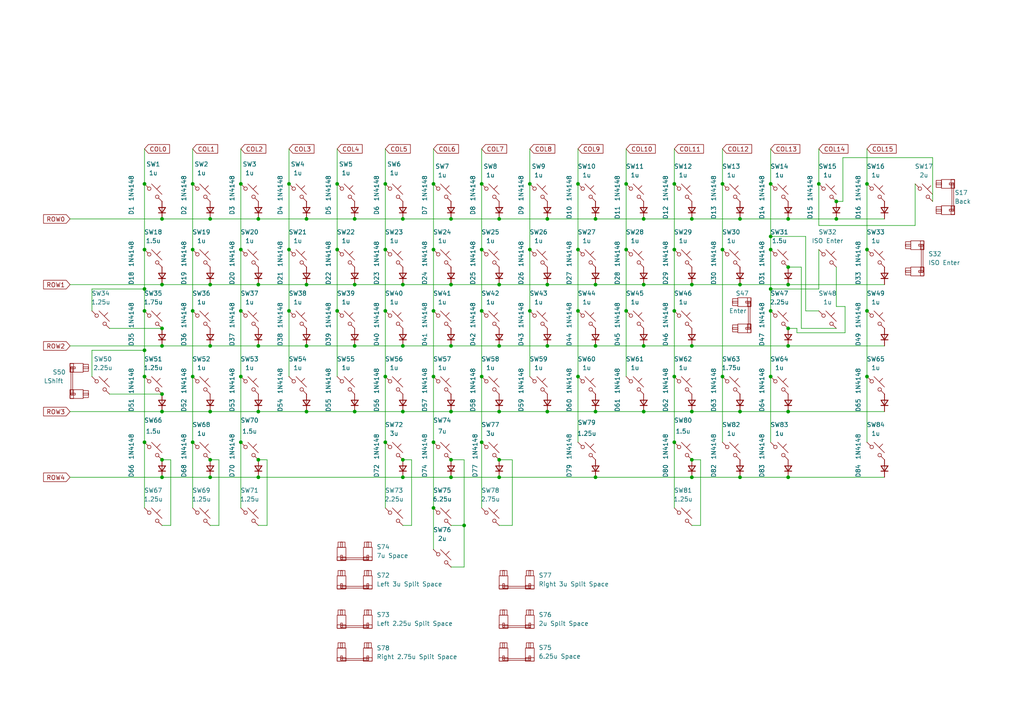
<source format=kicad_sch>
(kicad_sch (version 20230121) (generator eeschema)
  (paper "A4")
  (junction (at 55.88 128.27))
  (junction (at 153.67 53.34))
  (junction (at 69.85 109.22))
  (junction (at 223.52 90.17))
  (junction (at 130.81 133.35))
  (junction (at 144.78 119.38))
  (junction (at 125.73 72.39))
  (junction (at 251.46 109.22))
  (junction (at 139.7 109.22))
  (junction (at 74.93 119.38))
  (junction (at 55.88 53.34))
  (junction (at 209.55 53.34))
  (junction (at 144.78 133.35))
  (junction (at 41.91 53.34))
  (junction (at 195.58 109.22))
  (junction (at 46.99 119.38))
  (junction (at 172.72 82.55))
  (junction (at 200.66 138.43))
  (junction (at 130.81 63.5))
  (junction (at 153.67 90.17))
  (junction (at 144.78 100.33))
  (junction (at 41.91 109.22))
  (junction (at 214.63 138.43))
  (junction (at 228.6 119.38))
  (junction (at 200.66 100.33))
  (junction (at 181.61 90.17))
  (junction (at 200.66 63.5))
  (junction (at 195.58 90.17))
  (junction (at 228.6 82.55))
  (junction (at 134.62 152.4))
  (junction (at 46.99 138.43))
  (junction (at 172.72 63.5))
  (junction (at 69.85 72.39))
  (junction (at 60.96 119.38))
  (junction (at 251.46 53.34))
  (junction (at 46.99 133.35))
  (junction (at 111.76 72.39))
  (junction (at 46.99 63.5))
  (junction (at 41.91 90.17))
  (junction (at 144.78 82.55))
  (junction (at 74.93 133.35))
  (junction (at 181.61 53.34))
  (junction (at 195.58 128.27))
  (junction (at 144.78 63.5))
  (junction (at 88.9 100.33))
  (junction (at 139.7 90.17))
  (junction (at 69.85 53.34))
  (junction (at 214.63 82.55))
  (junction (at 46.99 100.33))
  (junction (at 172.72 138.43))
  (junction (at 74.93 138.43))
  (junction (at 111.76 128.27))
  (junction (at 223.52 53.34))
  (junction (at 214.63 63.5))
  (junction (at 55.88 109.22))
  (junction (at 228.6 100.33))
  (junction (at 228.6 63.5))
  (junction (at 195.58 53.34))
  (junction (at 83.82 53.34))
  (junction (at 97.79 53.34))
  (junction (at 116.84 133.35))
  (junction (at 130.81 82.55))
  (junction (at 116.84 119.38))
  (junction (at 223.52 72.39))
  (junction (at 167.64 72.39))
  (junction (at 83.82 90.17))
  (junction (at 251.46 72.39))
  (junction (at 130.81 100.33))
  (junction (at 55.88 72.39))
  (junction (at 46.99 95.25))
  (junction (at 102.87 63.5))
  (junction (at 55.88 90.17))
  (junction (at 195.58 72.39))
  (junction (at 214.63 119.38))
  (junction (at 69.85 90.17))
  (junction (at 74.93 82.55))
  (junction (at 60.96 63.5))
  (junction (at 200.66 82.55))
  (junction (at 88.9 119.38))
  (junction (at 172.72 100.33))
  (junction (at 102.87 100.33))
  (junction (at 223.52 83.82))
  (junction (at 228.6 95.25))
  (junction (at 74.93 100.33))
  (junction (at 130.81 119.38))
  (junction (at 46.99 82.55))
  (junction (at 167.64 53.34))
  (junction (at 223.52 68.58))
  (junction (at 116.84 63.5))
  (junction (at 228.6 77.47))
  (junction (at 130.81 138.43))
  (junction (at 144.78 138.43))
  (junction (at 158.75 119.38))
  (junction (at 186.69 82.55))
  (junction (at 111.76 109.22))
  (junction (at 41.91 72.39))
  (junction (at 116.84 100.33))
  (junction (at 88.9 63.5))
  (junction (at 83.82 72.39))
  (junction (at 209.55 109.22))
  (junction (at 116.84 82.55))
  (junction (at 186.69 63.5))
  (junction (at 223.52 109.22))
  (junction (at 186.69 119.38))
  (junction (at 158.75 63.5))
  (junction (at 242.57 58.42))
  (junction (at 125.73 128.27))
  (junction (at 102.87 119.38))
  (junction (at 125.73 147.32))
  (junction (at 125.73 53.34))
  (junction (at 172.72 119.38))
  (junction (at 181.61 72.39))
  (junction (at 116.84 138.43))
  (junction (at 139.7 72.39))
  (junction (at 60.96 138.43))
  (junction (at 125.73 90.17))
  (junction (at 209.55 72.39))
  (junction (at 41.91 128.27))
  (junction (at 139.7 53.34))
  (junction (at 200.66 133.35))
  (junction (at 125.73 109.22))
  (junction (at 41.91 101.6))
  (junction (at 46.99 114.3))
  (junction (at 111.76 90.17))
  (junction (at 41.91 83.82))
  (junction (at 228.6 138.43))
  (junction (at 242.57 63.5))
  (junction (at 69.85 128.27))
  (junction (at 139.7 128.27))
  (junction (at 200.66 119.38))
  (junction (at 158.75 100.33))
  (junction (at 158.75 82.55))
  (junction (at 186.69 100.33))
  (junction (at 60.96 133.35))
  (junction (at 74.93 63.5))
  (junction (at 251.46 90.17))
  (junction (at 237.49 53.34))
  (junction (at 97.79 90.17))
  (junction (at 153.67 72.39))
  (junction (at 88.9 82.55))
  (junction (at 102.87 82.55))
  (junction (at 60.96 82.55))
  (junction (at 111.76 53.34))
  (junction (at 97.79 72.39))
  (junction (at 167.64 90.17))
  (junction (at 60.96 100.33))
  (junction (at 167.64 109.22))
  (wire (pts (xy 60.96 138.43) (xy 74.93 138.43)))
  (wire (pts (xy 102.87 82.55) (xy 116.84 82.55)))
  (wire (pts (xy 203.2 152.4) (xy 203.2 133.35)))
  (wire (pts (xy 233.68 68.58) (xy 223.52 68.58)))
  (wire (pts (xy 41.91 101.6) (xy 41.91 109.22)))
  (wire (pts (xy 232.41 77.47) (xy 228.6 77.47)))
  (wire (pts (xy 46.99 138.43) (xy 60.96 138.43)))
  (wire (pts (xy 31.75 95.25) (xy 46.99 95.25)))
  (wire (pts (xy 41.91 90.17) (xy 41.91 101.6)))
  (wire (pts (xy 116.84 138.43) (xy 130.81 138.43)))
  (wire (pts (xy 55.88 53.34) (xy 55.88 72.39)))
  (wire (pts (xy 223.52 68.58) (xy 223.52 72.39)))
  (wire (pts (xy 26.67 109.22) (xy 26.67 101.6)))
  (wire (pts (xy 125.73 53.34) (xy 125.73 72.39)))
  (wire (pts (xy 172.72 100.33) (xy 186.69 100.33)))
  (wire (pts (xy 167.64 90.17) (xy 167.64 109.22)))
  (wire (pts (xy 209.55 43.18) (xy 209.55 53.34)))
  (wire (pts (xy 77.47 152.4) (xy 77.47 133.35)))
  (wire (pts (xy 46.99 82.55) (xy 60.96 82.55)))
  (wire (pts (xy 97.79 53.34) (xy 97.79 72.39)))
  (wire (pts (xy 41.91 43.18) (xy 41.91 53.34)))
  (wire (pts (xy 41.91 53.34) (xy 41.91 72.39)))
  (wire (pts (xy 139.7 43.18) (xy 139.7 53.34)))
  (wire (pts (xy 223.52 43.18) (xy 223.52 53.34)))
  (wire (pts (xy 102.87 119.38) (xy 116.84 119.38)))
  (wire (pts (xy 158.75 100.33) (xy 172.72 100.33)))
  (wire (pts (xy 69.85 72.39) (xy 69.85 90.17)))
  (wire (pts (xy 49.53 133.35) (xy 46.99 133.35)))
  (wire (pts (xy 69.85 53.34) (xy 69.85 72.39)))
  (wire (pts (xy 214.63 63.5) (xy 228.6 63.5)))
  (wire (pts (xy 74.93 100.33) (xy 88.9 100.33)))
  (wire (pts (xy 83.82 53.34) (xy 83.82 72.39)))
  (wire (pts (xy 237.49 53.34) (xy 237.49 65.405)))
  (wire (pts (xy 172.72 138.43) (xy 200.66 138.43)))
  (wire (pts (xy 139.7 109.22) (xy 139.7 128.27)))
  (wire (pts (xy 125.73 128.27) (xy 125.73 147.32)))
  (wire (pts (xy 228.6 138.43) (xy 256.54 138.43)))
  (wire (pts (xy 228.6 82.55) (xy 256.54 82.55)))
  (wire (pts (xy 195.58 72.39) (xy 195.58 90.17)))
  (wire (pts (xy 270.51 45.72) (xy 244.475 45.72)))
  (wire (pts (xy 74.93 119.38) (xy 88.9 119.38)))
  (wire (pts (xy 83.82 43.18) (xy 83.82 53.34)))
  (wire (pts (xy 209.55 109.22) (xy 209.55 128.27)))
  (wire (pts (xy 60.96 152.4) (xy 63.5 152.4)))
  (wire (pts (xy 172.72 82.55) (xy 186.69 82.55)))
  (wire (pts (xy 69.85 128.27) (xy 69.85 147.32)))
  (wire (pts (xy 200.66 100.33) (xy 228.6 100.33)))
  (wire (pts (xy 144.78 119.38) (xy 158.75 119.38)))
  (wire (pts (xy 88.9 63.5) (xy 102.87 63.5)))
  (wire (pts (xy 167.64 109.22) (xy 167.64 128.27)))
  (wire (pts (xy 130.81 164.465) (xy 134.62 164.465)))
  (wire (pts (xy 46.99 152.4) (xy 49.53 152.4)))
  (wire (pts (xy 200.66 82.55) (xy 214.63 82.55)))
  (wire (pts (xy 167.64 72.39) (xy 167.64 90.17)))
  (wire (pts (xy 102.87 100.33) (xy 116.84 100.33)))
  (wire (pts (xy 63.5 152.4) (xy 63.5 133.35)))
  (wire (pts (xy 83.82 90.17) (xy 83.82 109.22)))
  (wire (pts (xy 172.72 119.38) (xy 186.69 119.38)))
  (wire (pts (xy 116.84 63.5) (xy 130.81 63.5)))
  (wire (pts (xy 172.72 63.5) (xy 186.69 63.5)))
  (wire (pts (xy 251.46 43.18) (xy 251.46 53.34)))
  (wire (pts (xy 116.84 152.4) (xy 119.38 152.4)))
  (wire (pts (xy 209.55 53.34) (xy 209.55 72.39)))
  (wire (pts (xy 153.67 43.18) (xy 153.67 53.34)))
  (wire (pts (xy 139.7 53.34) (xy 139.7 72.39)))
  (wire (pts (xy 251.46 53.34) (xy 251.46 72.39)))
  (wire (pts (xy 125.73 43.18) (xy 125.73 53.34)))
  (wire (pts (xy 144.78 138.43) (xy 172.72 138.43)))
  (wire (pts (xy 139.7 90.17) (xy 139.7 109.22)))
  (wire (pts (xy 41.91 72.39) (xy 41.91 83.82)))
  (wire (pts (xy 186.69 82.55) (xy 200.66 82.55)))
  (wire (pts (xy 237.49 90.17) (xy 233.68 90.17)))
  (wire (pts (xy 233.68 68.58) (xy 233.68 90.17)))
  (wire (pts (xy 200.66 119.38) (xy 214.63 119.38)))
  (wire (pts (xy 46.99 100.33) (xy 60.96 100.33)))
  (wire (pts (xy 181.61 90.17) (xy 181.61 109.22)))
  (wire (pts (xy 251.46 72.39) (xy 251.46 90.17)))
  (wire (pts (xy 223.52 90.17) (xy 223.52 109.22)))
  (wire (pts (xy 209.55 72.39) (xy 209.55 109.22)))
  (wire (pts (xy 130.81 119.38) (xy 144.78 119.38)))
  (wire (pts (xy 144.78 82.55) (xy 158.75 82.55)))
  (wire (pts (xy 195.58 128.27) (xy 195.58 147.32)))
  (wire (pts (xy 116.84 119.38) (xy 130.81 119.38)))
  (wire (pts (xy 153.67 72.39) (xy 153.67 90.17)))
  (wire (pts (xy 195.58 53.34) (xy 195.58 72.39)))
  (wire (pts (xy 125.73 90.17) (xy 125.73 109.22)))
  (wire (pts (xy 181.61 72.39) (xy 181.61 90.17)))
  (wire (pts (xy 69.85 109.22) (xy 69.85 128.27)))
  (wire (pts (xy 26.67 101.6) (xy 41.91 101.6)))
  (wire (pts (xy 88.9 100.33) (xy 102.87 100.33)))
  (wire (pts (xy 46.99 119.38) (xy 60.96 119.38)))
  (wire (pts (xy 251.46 109.22) (xy 251.46 128.27)))
  (wire (pts (xy 181.61 43.18) (xy 181.61 53.34)))
  (wire (pts (xy 144.78 63.5) (xy 158.75 63.5)))
  (wire (pts (xy 130.81 63.5) (xy 144.78 63.5)))
  (wire (pts (xy 195.58 43.18) (xy 195.58 53.34)))
  (wire (pts (xy 181.61 53.34) (xy 181.61 72.39)))
  (wire (pts (xy 167.64 53.34) (xy 167.64 72.39)))
  (wire (pts (xy 134.62 133.35) (xy 130.81 133.35)))
  (wire (pts (xy 244.475 58.42) (xy 242.57 58.42)))
  (wire (pts (xy 158.75 82.55) (xy 172.72 82.55)))
  (wire (pts (xy 242.57 77.47) (xy 242.57 88.9)))
  (wire (pts (xy 111.76 72.39) (xy 111.76 90.17)))
  (wire (pts (xy 228.6 63.5) (xy 242.57 63.5)))
  (wire (pts (xy 167.64 43.18) (xy 167.64 53.34)))
  (wire (pts (xy 195.58 109.22) (xy 195.58 128.27)))
  (wire (pts (xy 148.59 152.4) (xy 148.59 133.35)))
  (wire (pts (xy 60.96 100.33) (xy 74.93 100.33)))
  (wire (pts (xy 139.7 128.27) (xy 139.7 147.32)))
  (wire (pts (xy 77.47 133.35) (xy 74.93 133.35)))
  (wire (pts (xy 245.11 96.52) (xy 231.14 96.52)))
  (wire (pts (xy 130.81 152.4) (xy 134.62 152.4)))
  (wire (pts (xy 251.46 90.17) (xy 251.46 109.22)))
  (wire (pts (xy 83.82 72.39) (xy 83.82 90.17)))
  (wire (pts (xy 97.79 43.18) (xy 97.79 53.34)))
  (wire (pts (xy 125.73 72.39) (xy 125.73 90.17)))
  (wire (pts (xy 125.73 147.32) (xy 125.73 159.385)))
  (wire (pts (xy 242.57 63.5) (xy 256.54 63.5)))
  (wire (pts (xy 20.32 82.55) (xy 46.99 82.55)))
  (wire (pts (xy 237.49 43.18) (xy 237.49 53.34)))
  (wire (pts (xy 55.88 72.39) (xy 55.88 90.17)))
  (wire (pts (xy 20.32 138.43) (xy 46.99 138.43)))
  (wire (pts (xy 186.69 63.5) (xy 200.66 63.5)))
  (wire (pts (xy 74.93 152.4) (xy 77.47 152.4)))
  (wire (pts (xy 144.78 100.33) (xy 158.75 100.33)))
  (wire (pts (xy 139.7 72.39) (xy 139.7 90.17)))
  (wire (pts (xy 46.99 63.5) (xy 60.96 63.5)))
  (wire (pts (xy 74.93 63.5) (xy 88.9 63.5)))
  (wire (pts (xy 20.32 100.33) (xy 46.99 100.33)))
  (wire (pts (xy 242.57 88.9) (xy 245.11 88.9)))
  (wire (pts (xy 265.43 65.405) (xy 265.43 53.34)))
  (wire (pts (xy 186.69 100.33) (xy 200.66 100.33)))
  (wire (pts (xy 116.84 100.33) (xy 130.81 100.33)))
  (wire (pts (xy 88.9 119.38) (xy 102.87 119.38)))
  (wire (pts (xy 153.67 90.17) (xy 153.67 109.22)))
  (wire (pts (xy 60.96 119.38) (xy 74.93 119.38)))
  (wire (pts (xy 69.85 43.18) (xy 69.85 53.34)))
  (wire (pts (xy 49.53 152.4) (xy 49.53 133.35)))
  (wire (pts (xy 270.51 45.72) (xy 270.51 58.42)))
  (wire (pts (xy 60.96 133.35) (xy 63.5 133.35)))
  (wire (pts (xy 223.52 109.22) (xy 223.52 128.27)))
  (wire (pts (xy 134.62 152.4) (xy 134.62 164.465)))
  (wire (pts (xy 31.75 114.3) (xy 46.99 114.3)))
  (wire (pts (xy 55.88 128.27) (xy 55.88 147.32)))
  (wire (pts (xy 158.75 63.5) (xy 172.72 63.5)))
  (wire (pts (xy 88.9 82.55) (xy 102.87 82.55)))
  (wire (pts (xy 41.91 109.22) (xy 41.91 128.27)))
  (wire (pts (xy 237.49 72.39) (xy 237.49 83.82)))
  (wire (pts (xy 228.6 100.33) (xy 256.54 100.33)))
  (wire (pts (xy 242.57 95.25) (xy 232.41 95.25)))
  (wire (pts (xy 60.96 63.5) (xy 74.93 63.5)))
  (wire (pts (xy 41.91 83.82) (xy 41.91 90.17)))
  (wire (pts (xy 55.88 43.18) (xy 55.88 53.34)))
  (wire (pts (xy 119.38 152.4) (xy 119.38 133.35)))
  (wire (pts (xy 134.62 152.4) (xy 134.62 133.35)))
  (wire (pts (xy 20.32 63.5) (xy 46.99 63.5)))
  (wire (pts (xy 26.67 90.17) (xy 26.67 83.82)))
  (wire (pts (xy 116.84 82.55) (xy 130.81 82.55)))
  (wire (pts (xy 111.76 109.22) (xy 111.76 128.27)))
  (wire (pts (xy 214.63 119.38) (xy 228.6 119.38)))
  (wire (pts (xy 74.93 82.55) (xy 88.9 82.55)))
  (wire (pts (xy 20.32 119.38) (xy 46.99 119.38)))
  (wire (pts (xy 244.475 45.72) (xy 244.475 58.42)))
  (wire (pts (xy 130.81 138.43) (xy 144.78 138.43)))
  (wire (pts (xy 195.58 90.17) (xy 195.58 109.22)))
  (wire (pts (xy 245.11 88.9) (xy 245.11 96.52)))
  (wire (pts (xy 223.52 83.82) (xy 223.52 90.17)))
  (wire (pts (xy 223.52 72.39) (xy 223.52 83.82)))
  (wire (pts (xy 125.73 109.22) (xy 125.73 128.27)))
  (wire (pts (xy 232.41 77.47) (xy 232.41 95.25)))
  (wire (pts (xy 60.96 82.55) (xy 74.93 82.55)))
  (wire (pts (xy 74.93 138.43) (xy 116.84 138.43)))
  (wire (pts (xy 237.49 83.82) (xy 223.52 83.82)))
  (wire (pts (xy 111.76 43.18) (xy 111.76 53.34)))
  (wire (pts (xy 130.81 82.55) (xy 144.78 82.55)))
  (wire (pts (xy 231.14 95.25) (xy 228.6 95.25)))
  (wire (pts (xy 203.2 133.35) (xy 200.66 133.35)))
  (wire (pts (xy 144.78 152.4) (xy 148.59 152.4)))
  (wire (pts (xy 200.66 138.43) (xy 214.63 138.43)))
  (wire (pts (xy 231.14 96.52) (xy 231.14 95.25)))
  (wire (pts (xy 26.67 83.82) (xy 41.91 83.82)))
  (wire (pts (xy 200.66 152.4) (xy 203.2 152.4)))
  (wire (pts (xy 223.52 53.34) (xy 223.52 68.58)))
  (wire (pts (xy 111.76 128.27) (xy 111.76 147.32)))
  (wire (pts (xy 97.79 72.39) (xy 97.79 90.17)))
  (wire (pts (xy 41.91 128.27) (xy 41.91 147.32)))
  (wire (pts (xy 55.88 109.22) (xy 55.88 128.27)))
  (wire (pts (xy 237.49 65.405) (xy 265.43 65.405)))
  (wire (pts (xy 111.76 90.17) (xy 111.76 109.22)))
  (wire (pts (xy 214.63 138.43) (xy 228.6 138.43)))
  (wire (pts (xy 97.79 90.17) (xy 97.79 109.22)))
  (wire (pts (xy 55.88 90.17) (xy 55.88 109.22)))
  (wire (pts (xy 158.75 119.38) (xy 172.72 119.38)))
  (wire (pts (xy 119.38 133.35) (xy 116.84 133.35)))
  (wire (pts (xy 111.76 53.34) (xy 111.76 72.39)))
  (wire (pts (xy 69.85 90.17) (xy 69.85 109.22)))
  (wire (pts (xy 153.67 53.34) (xy 153.67 72.39)))
  (wire (pts (xy 200.66 63.5) (xy 214.63 63.5)))
  (wire (pts (xy 130.81 100.33) (xy 144.78 100.33)))
  (wire (pts (xy 228.6 119.38) (xy 256.54 119.38)))
  (wire (pts (xy 148.59 133.35) (xy 144.78 133.35)))
  (wire (pts (xy 214.63 82.55) (xy 228.6 82.55)))
  (wire (pts (xy 186.69 119.38) (xy 200.66 119.38)))
  (wire (pts (xy 102.87 63.5) (xy 116.84 63.5)))
  (global_label "COL6" (shape input) (at 125.73 43.18 0) (property "Intersheetrefs" "${INTERSHEET_REFS}" (effects hide)))
  (global_label "COL3" (shape input) (at 83.82 43.18 0) (property "Intersheetrefs" "${INTERSHEET_REFS}" (effects hide)))
  (global_label "ROW0" (shape input) (at 20.32 63.5 180) (property "Intersheetrefs" "${INTERSHEET_REFS}" (effects hide)))
  (global_label "ROW3" (shape input) (at 20.32 119.38 180) (property "Intersheetrefs" "${INTERSHEET_REFS}" (effects hide)))
  (global_label "ROW2" (shape input) (at 20.32 100.33 180) (property "Intersheetrefs" "${INTERSHEET_REFS}" (effects hide)))
  (global_label "COL15" (shape input) (at 251.46 43.18 0) (property "Intersheetrefs" "${INTERSHEET_REFS}" (effects hide)))
  (global_label "COL1" (shape input) (at 55.88 43.18 0) (property "Intersheetrefs" "${INTERSHEET_REFS}" (effects hide)))
  (global_label "COL2" (shape input) (at 69.85 43.18 0) (property "Intersheetrefs" "${INTERSHEET_REFS}" (effects hide)))
  (global_label "COL8" (shape input) (at 153.67 43.18 0) (property "Intersheetrefs" "${INTERSHEET_REFS}" (effects hide)))
  (global_label "COL0" (shape input) (at 41.91 43.18 0) (property "Intersheetrefs" "${INTERSHEET_REFS}" (effects hide)))
  (global_label "COL12" (shape input) (at 209.55 43.18 0) (property "Intersheetrefs" "${INTERSHEET_REFS}" (effects hide)))
  (global_label "ROW4" (shape input) (at 20.32 138.43 180) (property "Intersheetrefs" "${INTERSHEET_REFS}" (effects hide)))
  (global_label "COL10" (shape input) (at 181.61 43.18 0) (property "Intersheetrefs" "${INTERSHEET_REFS}" (effects hide)))
  (global_label "COL4" (shape input) (at 97.79 43.18 0) (property "Intersheetrefs" "${INTERSHEET_REFS}" (effects hide)))
  (global_label "COL7" (shape input) (at 139.7 43.18 0) (property "Intersheetrefs" "${INTERSHEET_REFS}" (effects hide)))
  (global_label "COL9" (shape input) (at 167.64 43.18 0) (property "Intersheetrefs" "${INTERSHEET_REFS}" (effects hide)))
  (global_label "COL13" (shape input) (at 223.52 43.18 0) (property "Intersheetrefs" "${INTERSHEET_REFS}" (effects hide)))
  (global_label "ROW1" (shape input) (at 20.32 82.55 180) (property "Intersheetrefs" "${INTERSHEET_REFS}" (effects hide)))
  (global_label "COL5" (shape input) (at 111.76 43.18 0) (property "Intersheetrefs" "${INTERSHEET_REFS}" (effects hide)))
  (global_label "COL11" (shape input) (at 195.58 43.18 0) (property "Intersheetrefs" "${INTERSHEET_REFS}" (effects hide)))
  (global_label "COL14" (shape input) (at 237.49 43.18 0) (property "Intersheetrefs" "${INTERSHEET_REFS}" (effects hide)))
  (symbol (lib_id "marbastlib-mx:MX_SW_solder") (at 100.33 74.93 0) (unit 1)
    (property "Reference" "SW22" (at 100.33 67.31 0))
    (property "Value" "1u" (at 100.33 69.85 0))
    (property "Footprint" "PCM_marbastlib-xp-plate-mx:Plate-MP_MX_1u" (effects hide))
  )
  (symbol (lib_id "Device:D_Small") (at 214.63 60.96 90) (unit 1)
    (property "Reference" "D13" (at 207.01 59.69 0) (effects (justify right)))
    (property "Value" "1N4148" (at 207.01 50.8 0) (effects (justify right)))
    (property "Footprint" "Diode_SMD:D_SOD-123" (effects hide))
  )
  (symbol (lib_id "Device:D_Small") (at 88.9 60.96 90) (unit 1)
    (property "Reference" "D4" (at 81.28 59.69 0) (effects (justify right)))
    (property "Value" "1N4148" (at 81.28 50.8 0) (effects (justify right)))
    (property "Footprint" "Diode_SMD:D_SOD-123" (effects hide))
  )
  (symbol (lib_id "Device:D_Small") (at 46.99 135.89 90) (unit 1)
    (property "Reference" "D66" (at 38.1 134.62 0) (effects (justify right)))
    (property "Value" "1N4148" (at 38.1 125.73 0) (effects (justify right)))
    (property "Footprint" "Diode_SMD:D_SOD-123" (effects hide))
  )
  (symbol (lib_id "marbastlib-mx:MX_SW_solder") (at 156.21 92.71 0) (unit 1)
    (property "Reference" "SW43" (at 156.21 85.09 0))
    (property "Value" "1u" (at 156.21 87.63 0))
    (property "Footprint" "PCM_marbastlib-xp-plate-mx:Plate-MP_MX_1u" (effects hide))
  )
  (symbol (lib_id "marbastlib-mx:MX_SW_solder") (at 170.18 74.93 0) (unit 1)
    (property "Reference" "SW27" (at 170.18 67.31 0))
    (property "Value" "1u" (at 170.18 69.85 0))
    (property "Footprint" "PCM_marbastlib-xp-plate-mx:Plate-MP_MX_1u" (effects hide))
  )
  (symbol (lib_id "marbastlib-mx:MX_SW_solder") (at 128.27 130.81 0) (unit 1)
    (property "Reference" "SW74" (at 128.27 121.92 0))
    (property "Value" "7u" (at 128.27 125.095 0))
    (property "Footprint" "PCM_marbastlib-xp-plate-mx:Plate-MP_MX_7u" (effects hide))
  )
  (symbol (lib_id "marbastlib-mx:MX_SW_solder") (at 226.06 92.71 0) (unit 1)
    (property "Reference" "SW47" (at 226.06 85.09 0))
    (property "Value" "2.25u" (at 226.06 87.63 0))
    (property "Footprint" "PCM_marbastlib-xp-plate-mx:Plate-MP_MX_2.25u" (effects hide))
  )
  (symbol (lib_id "Device:D_Small") (at 74.93 80.01 90) (unit 1)
    (property "Reference" "D20" (at 67.31 78.74 0) (effects (justify right)))
    (property "Value" "1N4148" (at 67.3101 69.85 0) (effects (justify right)))
    (property "Footprint" "Diode_SMD:D_SOD-123" (effects hide))
  )
  (symbol (lib_id "marbastlib-mx:MX_SW_solder") (at 254 55.88 0) (unit 1)
    (property "Reference" "SW16" (at 254 48.26 0))
    (property "Value" "1u" (at 254 50.8 0))
    (property "Footprint" "PCM_marbastlib-xp-plate-mx:Plate-MP_MX_1u" (effects hide))
  )
  (symbol (lib_id "Device:D_Small") (at 60.96 135.89 90) (unit 1)
    (property "Reference" "D68" (at 53.34 134.62 0) (effects (justify right)))
    (property "Value" "1N4148" (at 53.34 125.73 0) (effects (justify right)))
    (property "Footprint" "Diode_SMD:D_SOD-123" (effects hide))
  )
  (symbol (lib_id "Device:D_Small") (at 200.66 116.84 90) (unit 1)
    (property "Reference" "D62" (at 193.04 115.57 0) (effects (justify right)))
    (property "Value" "1N4148" (at 193.04 106.68 0) (effects (justify right)))
    (property "Footprint" "Diode_SMD:D_SOD-123" (effects hide))
  )
  (symbol (lib_id "Device:D_Small") (at 256.54 60.96 90) (unit 1)
    (property "Reference" "D16" (at 248.92 59.69 0) (effects (justify right)))
    (property "Value" "1N4148" (at 248.92 50.8 0) (effects (justify right)))
    (property "Footprint" "Diode_SMD:D_SOD-123" (effects hide))
  )
  (symbol (lib_id "marbastlib-mx:MX_SW_solder") (at 212.09 55.88 0) (unit 1)
    (property "Reference" "SW13" (at 212.09 48.26 0))
    (property "Value" "1u" (at 212.09 50.8 0))
    (property "Footprint" "PCM_marbastlib-xp-plate-mx:Plate-MP_MX_1u" (effects hide))
  )
  (symbol (lib_id "marbastlib-mx:MX_SW_solder") (at 44.45 74.93 0) (unit 1)
    (property "Reference" "SW18" (at 44.45 67.31 0))
    (property "Value" "1.5u" (at 44.45 69.85 0))
    (property "Footprint" "PCM_marbastlib-xp-plate-mx:Plate-MP_MX_1.5u" (effects hide))
  )
  (symbol (lib_id "Device:D_Small") (at 130.81 80.01 90) (unit 1)
    (property "Reference" "D24" (at 123.19 78.74 0) (effects (justify right)))
    (property "Value" "1N4148" (at 123.19 69.85 0) (effects (justify right)))
    (property "Footprint" "Diode_SMD:D_SOD-123" (effects hide))
  )
  (symbol (lib_id "marbastlib-mx:MX_SW_solder") (at 86.36 111.76 0) (unit 1)
    (property "Reference" "SW54" (at 86.36 104.14 0))
    (property "Value" "1u" (at 86.36 106.68 0))
    (property "Footprint" "PCM_marbastlib-xp-plate-mx:Plate-MP_MX_1u" (effects hide))
  )
  (symbol (lib_id "marbastlib-mx:MX_SW_solder") (at 184.15 55.88 0) (unit 1)
    (property "Reference" "SW11" (at 184.15 48.26 0))
    (property "Value" "1u" (at 184.15 50.8 0))
    (property "Footprint" "PCM_marbastlib-xp-plate-mx:Plate-MP_MX_1u" (effects hide))
  )
  (symbol (lib_id "marbastlib-mx:MX_SW_solder") (at 254 130.81 0) (unit 1)
    (property "Reference" "SW84" (at 254 123.19 0))
    (property "Value" "1u" (at 254 125.73 0))
    (property "Footprint" "PCM_marbastlib-xp-plate-mx:Plate-MP_MX_1u" (effects hide))
  )
  (symbol (lib_id "marbastlib-mx:MX_SW_solder") (at 114.3 130.81 0) (unit 1)
    (property "Reference" "SW72" (at 114.3 123.19 0))
    (property "Value" "3u" (at 114.3 125.73 0))
    (property "Footprint" "PCM_marbastlib-xp-plate-mx:Plate-MP_MX_3u" (effects hide))
  )
  (symbol (lib_id "marbastlib-mx:MX_SW_solder") (at 100.33 55.88 0) (unit 1)
    (property "Reference" "SW5" (at 100.33 47.625 0))
    (property "Value" "1u" (at 100.33 50.165 0))
    (property "Footprint" "PCM_marbastlib-xp-plate-mx:Plate-MP_MX_1u" (effects hide))
  )
  (symbol (lib_id "marbastlib-mx:MX_SW_solder") (at 86.36 74.93 0) (unit 1)
    (property "Reference" "SW21" (at 86.36 67.31 0))
    (property "Value" "1u" (at 86.36 69.85 0))
    (property "Footprint" "PCM_marbastlib-xp-plate-mx:Plate-MP_MX_1u" (effects hide))
  )
  (symbol (lib_id "marbastlib-mx:MX_SW_solder") (at 184.15 111.76 0) (unit 1)
    (property "Reference" "SW61" (at 184.15 104.14 0))
    (property "Value" "1u" (at 184.15 106.68 0))
    (property "Footprint" "PCM_marbastlib-xp-plate-mx:Plate-MP_MX_1u" (effects hide))
  )
  (symbol (lib_id "marbastlib-mx:MX_SW_solder") (at 44.45 149.86 0) (unit 1)
    (property "Reference" "SW67" (at 44.45 142.24 0))
    (property "Value" "1.25u" (at 44.45 144.78 0))
    (property "Footprint" "PCM_marbastlib-xp-plate-mx:Plate-MP_MX_1.25u" (effects hide))
  )
  (symbol (lib_id "Device:D_Small") (at 158.75 60.96 90) (unit 1)
    (property "Reference" "D9" (at 151.13 59.69 0) (effects (justify right)))
    (property "Value" "1N4148" (at 151.13 50.8 0) (effects (justify right)))
    (property "Footprint" "Diode_SMD:D_SOD-123" (effects hide))
  )
  (symbol (lib_id "Device:D_Small") (at 200.66 80.01 90) (unit 1)
    (property "Reference" "D29" (at 193.04 78.74 0) (effects (justify right)))
    (property "Value" "1N4148" (at 193.04 69.85 0) (effects (justify right)))
    (property "Footprint" "Diode_SMD:D_SOD-123" (effects hide))
  )
  (symbol (lib_id "marbastlib-mx:MX_SW_solder") (at 254 74.93 0) (unit 1)
    (property "Reference" "SW33" (at 254 67.31 0))
    (property "Value" "1u" (at 254 69.85 0))
    (property "Footprint" "PCM_marbastlib-xp-plate-mx:Plate-MP_MX_1u" (effects hide))
  )
  (symbol (lib_id "marbastlib-mx:MX_SW_solder") (at 58.42 130.81 0) (unit 1)
    (property "Reference" "SW68" (at 58.42 123.19 0))
    (property "Value" "1u" (at 58.42 125.73 0))
    (property "Footprint" "PCM_marbastlib-xp-plate-mx:Plate-MP_MX_1u" (effects hide))
  )
  (symbol (lib_id "marbastlib-mx:MX_SW_solder") (at 198.12 74.93 0) (unit 1)
    (property "Reference" "SW29" (at 198.12 67.31 0))
    (property "Value" "1u" (at 198.12 69.85 0))
    (property "Footprint" "PCM_marbastlib-xp-plate-mx:Plate-MP_MX_1u" (effects hide))
  )
  (symbol (lib_id "marbastlib-mx:MX_SW_solder") (at 114.3 92.71 0) (unit 1)
    (property "Reference" "SW40" (at 114.3 85.09 0))
    (property "Value" "1u" (at 114.3 87.63 0))
    (property "Footprint" "PCM_marbastlib-xp-plate-mx:Plate-MP_MX_1u" (effects hide))
  )
  (symbol (lib_id "Device:D_Small") (at 60.96 116.84 90) (unit 1)
    (property "Reference" "D52" (at 53.34 115.57 0) (effects (justify right)))
    (property "Value" "1N4148" (at 53.34 106.68 0) (effects (justify right)))
    (property "Footprint" "Diode_SMD:D_SOD-123" (effects hide))
  )
  (symbol (lib_id "marbastlib-mx:MX_SW_solder") (at 44.45 92.71 0) (unit 1)
    (property "Reference" "SW35" (at 44.45 85.09 0))
    (property "Value" "1.75u" (at 44.45 87.63 0))
    (property "Footprint" "PCM_marbastlib-xp-plate-mx:Plate-MP_MX_1.75u_STP_1.25" (effects hide))
  )
  (symbol (lib_id "Device:D_Small") (at 214.63 116.84 90) (unit 1)
    (property "Reference" "D63" (at 207.01 115.57 0) (effects (justify right)))
    (property "Value" "1N4148" (at 207.01 106.68 0) (effects (justify right)))
    (property "Footprint" "Diode_SMD:D_SOD-123" (effects hide))
  )
  (symbol (lib_id "Device:D_Small") (at 256.54 80.01 90) (unit 1)
    (property "Reference" "D33" (at 248.92 78.74 0) (effects (justify right)))
    (property "Value" "1N4148" (at 248.92 69.85 0) (effects (justify right)))
    (property "Footprint" "Diode_SMD:D_SOD-123" (effects hide))
  )
  (symbol (lib_id "Device:D_Small") (at 88.9 116.84 90) (unit 1)
    (property "Reference" "D54" (at 81.28 115.57 0) (effects (justify right)))
    (property "Value" "1N4148" (at 81.28 106.68 0) (effects (justify right)))
    (property "Footprint" "Diode_SMD:D_SOD-123" (effects hide))
  )
  (symbol (lib_id "marbastlib-mx:MX_SW_solder") (at 226.06 130.81 0) (unit 1)
    (property "Reference" "SW83" (at 226.06 123.19 0))
    (property "Value" "1u" (at 226.06 125.73 0))
    (property "Footprint" "PCM_marbastlib-xp-plate-mx:Plate-MP_MX_1u" (effects hide))
  )
  (symbol (lib_id "marbastlib-mx:MX_SW_solder") (at 184.15 92.71 0) (unit 1)
    (property "Reference" "SW45" (at 184.15 85.09 0))
    (property "Value" "1u" (at 184.15 87.63 0))
    (property "Footprint" "PCM_marbastlib-xp-plate-mx:Plate-MP_MX_1u" (effects hide))
  )
  (symbol (lib_id "Device:D_Small") (at 172.72 80.01 90) (unit 1)
    (property "Reference" "D27" (at 165.1 78.74 0) (effects (justify right)))
    (property "Value" "1N4148" (at 165.1 69.85 0) (effects (justify right)))
    (property "Footprint" "Diode_SMD:D_SOD-123" (effects hide))
  )
  (symbol (lib_id "marbastlib-mx:MX_SW_solder") (at 240.03 55.88 0) (unit 1)
    (property "Reference" "SW15" (at 240.03 48.26 0))
    (property "Value" "1u" (at 240.03 50.8 0))
    (property "Footprint" "PCM_marbastlib-xp-plate-mx:Plate-MP_MX_1u" (effects hide))
  )
  (symbol (lib_id "Device:D_Small") (at 228.6 60.96 90) (unit 1)
    (property "Reference" "D14" (at 220.98 59.69 0) (effects (justify right)))
    (property "Value" "1N4148" (at 220.98 50.8 0) (effects (justify right)))
    (property "Footprint" "Diode_SMD:D_SOD-123" (effects hide))
  )
  (symbol (lib_id "marbastlib-mx:MX_SW_solder") (at 29.21 111.76 0) (unit 1)
    (property "Reference" "SW50" (at 29.845 104.14 0))
    (property "Value" "2.25u" (at 29.845 106.68 0))
    (property "Footprint" "PCM_marbastlib-xp-plate-mx:Plate-MP_MX_ANSI-ISO-LSHIFT" (effects hide))
  )
  (symbol (lib_id "marbastlib-mx:MX_SW_solder") (at 44.45 130.81 0) (unit 1)
    (property "Reference" "SW66" (at 44.45 121.92 0))
    (property "Value" "1.5u" (at 44.45 125.095 0))
    (property "Footprint" "PCM_marbastlib-xp-plate-mx:Plate-MP_MX_1.5u" (effects hide))
  )
  (symbol (lib_id "marbastlib-mx:MX_SW_solder") (at 198.12 111.76 0) (unit 1)
    (property "Reference" "SW62" (at 198.12 104.14 0))
    (property "Value" "1u" (at 198.12 106.68 0))
    (property "Footprint" "PCM_marbastlib-xp-plate-mx:Plate-MP_MX_1u" (effects hide))
  )
  (symbol (lib_id "marbastlib-mx:MX_SW_solder") (at 72.39 74.93 0) (unit 1)
    (property "Reference" "SW20" (at 72.39 67.31 0))
    (property "Value" "1u" (at 72.39 69.85 0))
    (property "Footprint" "PCM_marbastlib-xp-plate-mx:Plate-MP_MX_1u" (effects hide))
  )
  (symbol (lib_id "Device:D_Small") (at 88.9 97.79 90) (unit 1)
    (property "Reference" "D38" (at 81.28 96.52 0) (effects (justify right)))
    (property "Value" "1N4148" (at 81.28 87.63 0) (effects (justify right)))
    (property "Footprint" "Diode_SMD:D_SOD-123" (effects hide))
  )
  (symbol (lib_id "Device:D_Small") (at 74.93 135.89 90) (unit 1)
    (property "Reference" "D70" (at 67.31 134.62 0) (effects (justify right)))
    (property "Value" "1N4148" (at 67.3101 125.73 0) (effects (justify right)))
    (property "Footprint" "Diode_SMD:D_SOD-123" (effects hide))
  )
  (symbol (lib_id "marbastlib-mx:MX_SW_solder") (at 72.39 149.86 0) (unit 1)
    (property "Reference" "SW71" (at 72.39 142.24 0))
    (property "Value" "1.25u" (at 72.39 144.78 0))
    (property "Footprint" "PCM_marbastlib-xp-plate-mx:Plate-MP_MX_1.25u" (effects hide))
  )
  (symbol (lib_id "marbastlib-mx:MX_stab") (at 149.86 168.275 0) (unit 1)
    (property "Reference" "S77" (at 156.21 166.8779 0) (effects (justify left)))
    (property "Value" "Right 3u Split Space" (at 156.21 169.4179 0) (effects (justify left)))
    (property "Footprint" "PCM_marbastlib-mx:STAB_MX_P_3u" (effects hide))
  )
  (symbol (lib_id "marbastlib-mx:MX_SW_solder") (at 226.06 74.93 0) (unit 1)
    (property "Reference" "SW31" (at 226.06 67.31 0))
    (property "Value" "1.5u" (at 226.06 69.85 0))
    (property "Footprint" "PCM_marbastlib-xp-plate-mx:Plate-MP_MX_1.5u" (effects hide))
  )
  (symbol (lib_id "marbastlib-mx:MX_SW_solder") (at 170.18 111.76 0) (unit 1)
    (property "Reference" "SW60" (at 170.18 104.14 0))
    (property "Value" "1u" (at 170.18 106.68 0))
    (property "Footprint" "PCM_marbastlib-xp-plate-mx:Plate-MP_MX_1u" (effects hide))
  )
  (symbol (lib_id "marbastlib-mx:MX_SW_solder") (at 128.27 111.76 0) (unit 1)
    (property "Reference" "SW57" (at 128.27 104.14 0))
    (property "Value" "1u" (at 128.27 106.68 0))
    (property "Footprint" "PCM_marbastlib-xp-plate-mx:Plate-MP_MX_1u" (effects hide))
  )
  (symbol (lib_id "Device:D_Small") (at 60.96 80.01 90) (unit 1)
    (property "Reference" "D19" (at 53.34 78.74 0) (effects (justify right)))
    (property "Value" "1N4148" (at 53.34 69.85 0) (effects (justify right)))
    (property "Footprint" "Diode_SMD:D_SOD-123" (effects hide))
  )
  (symbol (lib_id "marbastlib-mx:MX_SW_solder") (at 156.21 55.88 0) (unit 1)
    (property "Reference" "SW9" (at 156.21 48.26 0))
    (property "Value" "1u" (at 156.21 50.8 0))
    (property "Footprint" "PCM_marbastlib-xp-plate-mx:Plate-MP_MX_1u" (effects hide))
  )
  (symbol (lib_id "Device:D_Small") (at 116.84 135.89 90) (unit 1)
    (property "Reference" "D72" (at 109.22 134.62 0) (effects (justify right)))
    (property "Value" "1N4148" (at 109.22 125.73 0) (effects (justify right)))
    (property "Footprint" "Diode_SMD:D_SOD-123" (effects hide))
  )
  (symbol (lib_id "marbastlib-mx:MX_SW_solder") (at 86.36 55.88 0) (unit 1)
    (property "Reference" "SW4" (at 86.36 47.625 0))
    (property "Value" "1u" (at 86.36 50.165 0))
    (property "Footprint" "PCM_marbastlib-xp-plate-mx:Plate-MP_MX_1u" (effects hide))
  )
  (symbol (lib_id "marbastlib-mx:MX_SW_solder") (at 142.24 55.88 0) (unit 1)
    (property "Reference" "SW8" (at 142.24 48.26 0))
    (property "Value" "1u" (at 142.24 50.8 0))
    (property "Footprint" "PCM_marbastlib-xp-plate-mx:Plate-MP_MX_1u" (effects hide))
  )
  (symbol (lib_id "marbastlib-mx:MX_SW_solder") (at 142.24 92.71 0) (unit 1)
    (property "Reference" "SW42" (at 142.24 85.09 0))
    (property "Value" "1u" (at 142.24 87.63 0))
    (property "Footprint" "PCM_marbastlib-xp-plate-mx:Plate-MP_MX_1u" (effects hide))
  )
  (symbol (lib_id "Device:D_Small") (at 186.69 116.84 90) (unit 1)
    (property "Reference" "D61" (at 179.07 115.57 0) (effects (justify right)))
    (property "Value" "1N4148" (at 179.07 106.68 0) (effects (justify right)))
    (property "Footprint" "Diode_SMD:D_SOD-123" (effects hide))
  )
  (symbol (lib_id "Device:D_Small") (at 130.81 97.79 90) (unit 1)
    (property "Reference" "D41" (at 123.19 96.52 0) (effects (justify right)))
    (property "Value" "1N4148" (at 123.19 87.63 0) (effects (justify right)))
    (property "Footprint" "Diode_SMD:D_SOD-123" (effects hide))
  )
  (symbol (lib_id "Device:D_Small") (at 74.93 97.79 90) (unit 1)
    (property "Reference" "D37" (at 67.31 96.52 0) (effects (justify right)))
    (property "Value" "1N4148" (at 67.3101 87.63 0) (effects (justify right)))
    (property "Footprint" "Diode_SMD:D_SOD-123" (effects hide))
  )
  (symbol (lib_id "Device:D_Small") (at 144.78 60.96 90) (unit 1)
    (property "Reference" "D8" (at 137.16 59.69 0) (effects (justify right)))
    (property "Value" "1N4148" (at 137.16 50.8 0) (effects (justify right)))
    (property "Footprint" "Diode_SMD:D_SOD-123" (effects hide))
  )
  (symbol (lib_id "Device:D_Small") (at 74.93 60.96 90) (unit 1)
    (property "Reference" "D3" (at 67.31 59.69 0) (effects (justify right)))
    (property "Value" "1N4148" (at 67.3101 50.8 0) (effects (justify right)))
    (property "Footprint" "Diode_SMD:D_SOD-123" (effects hide))
  )
  (symbol (lib_id "Device:D_Small") (at 130.81 135.89 90) (unit 1)
    (property "Reference" "D74" (at 123.19 134.62 0) (effects (justify right)))
    (property "Value" "1N4148" (at 123.19 125.73 0) (effects (justify right)))
    (property "Footprint" "Diode_SMD:D_SOD-123" (effects hide))
  )
  (symbol (lib_id "Device:D_Small") (at 102.87 60.96 90) (unit 1)
    (property "Reference" "D5" (at 95.25 59.69 0) (effects (justify right)))
    (property "Value" "1N4148" (at 95.25 50.8 0) (effects (justify right)))
    (property "Footprint" "Diode_SMD:D_SOD-123" (effects hide))
  )
  (symbol (lib_id "marbastlib-mx:MX_SW_solder") (at 100.33 111.76 0) (unit 1)
    (property "Reference" "SW55" (at 100.33 104.14 0))
    (property "Value" "1u" (at 100.33 106.68 0))
    (property "Footprint" "PCM_marbastlib-xp-plate-mx:Plate-MP_MX_1u" (effects hide))
  )
  (symbol (lib_id "Device:D_Small") (at 102.87 80.01 90) (unit 1)
    (property "Reference" "D22" (at 95.25 78.74 0) (effects (justify right)))
    (property "Value" "1N4148" (at 95.25 69.85 0) (effects (justify right)))
    (property "Footprint" "Diode_SMD:D_SOD-123" (effects hide))
  )
  (symbol (lib_id "Device:D_Small") (at 172.72 135.89 90) (unit 1)
    (property "Reference" "D79" (at 165.1 134.62 0) (effects (justify right)))
    (property "Value" "1N4148" (at 165.1 125.73 0) (effects (justify right)))
    (property "Footprint" "Diode_SMD:D_SOD-123" (effects hide))
  )
  (symbol (lib_id "Device:D_Small") (at 46.99 60.96 90) (unit 1)
    (property "Reference" "D1" (at 38.1 59.69 0) (effects (justify right)))
    (property "Value" "1N4148" (at 38.1 50.8 0) (effects (justify right)))
    (property "Footprint" "Diode_SMD:D_SOD-123" (effects hide))
  )
  (symbol (lib_id "marbastlib-mx:MX_SW_solder") (at 58.42 92.71 0) (unit 1)
    (property "Reference" "SW36" (at 58.42 85.09 0))
    (property "Value" "1u" (at 58.42 87.63 0))
    (property "Footprint" "PCM_marbastlib-xp-plate-mx:Plate-MP_MX_1u" (effects hide))
  )
  (symbol (lib_id "marbastlib-mx:MX_stab") (at 22.86 110.49 270) (unit 1)
    (property "Reference" "S50" (at 15.24 107.95 90) (effects (justify left)))
    (property "Value" "LShift" (at 12.7 110.49 90) (effects (justify left)))
    (property "Footprint" "PCM_marbastlib-mx:STAB_MX_P_2.25u" (effects hide))
  )
  (symbol (lib_id "Device:D_Small") (at 172.72 60.96 90) (unit 1)
    (property "Reference" "D10" (at 165.1 59.69 0) (effects (justify right)))
    (property "Value" "1N4148" (at 165.1 50.8 0) (effects (justify right)))
    (property "Footprint" "Diode_SMD:D_SOD-123" (effects hide))
  )
  (symbol (lib_id "marbastlib-mx:MX_SW_solder") (at 128.27 161.925 0) (unit 1)
    (property "Reference" "SW76" (at 128.27 153.67 0))
    (property "Value" "2u" (at 128.27 156.21 0))
    (property "Footprint" "PCM_marbastlib-xp-plate-mx:Plate-MP_MX_2u" (effects hide))
  )
  (symbol (lib_id "Device:D_Small") (at 116.84 80.01 90) (unit 1)
    (property "Reference" "D23" (at 109.22 78.74 0) (effects (justify right)))
    (property "Value" "1N4148" (at 109.22 69.85 0) (effects (justify right)))
    (property "Footprint" "Diode_SMD:D_SOD-123" (effects hide))
  )
  (symbol (lib_id "Device:D_Small") (at 228.6 97.79 90) (unit 1)
    (property "Reference" "D47" (at 220.98 96.52 0) (effects (justify right)))
    (property "Value" "1N4148" (at 220.98 87.63 0) (effects (justify right)))
    (property "Footprint" "Diode_SMD:D_SOD-123" (effects hide))
  )
  (symbol (lib_id "Device:D_Small") (at 200.66 97.79 90) (unit 1)
    (property "Reference" "D46" (at 193.04 96.52 0) (effects (justify right)))
    (property "Value" "1N4148" (at 193.04 87.63 0) (effects (justify right)))
    (property "Footprint" "Diode_SMD:D_SOD-123" (effects hide))
  )
  (symbol (lib_id "marbastlib-mx:MX_SW_solder") (at 86.36 92.71 0) (unit 1)
    (property "Reference" "SW38" (at 86.36 85.09 0))
    (property "Value" "1u" (at 86.36 87.63 0))
    (property "Footprint" "PCM_marbastlib-xp-plate-mx:Plate-MP_MX_1u" (effects hide))
  )
  (symbol (lib_id "marbastlib-mx:MX_SW_solder") (at 100.33 92.71 0) (unit 1)
    (property "Reference" "SW39" (at 100.33 85.09 0))
    (property "Value" "1u" (at 100.33 87.63 0))
    (property "Footprint" "PCM_marbastlib-xp-plate-mx:Plate-MP_MX_1u" (effects hide))
  )
  (symbol (lib_id "marbastlib-mx:MX_SW_solder") (at 44.45 111.76 0) (unit 1)
    (property "Reference" "SW51" (at 44.45 104.14 0))
    (property "Value" "1.25u" (at 44.45 106.68 0))
  )
  (symbol (lib_id "Device:D_Small") (at 144.78 116.84 90) (unit 1)
    (property "Reference" "D58" (at 137.16 115.57 0) (effects (justify right)))
    (property "Value" "1N4148" (at 137.16 106.68 0) (effects (justify right)))
    (property "Footprint" "Diode_SMD:D_SOD-123" (effects hide))
  )
  (symbol (lib_id "Device:D_Small") (at 102.87 116.84 90) (unit 1)
    (property "Reference" "D55" (at 95.25 115.57 0) (effects (justify right)))
    (property "Value" "1N4148" (at 95.25 106.68 0) (effects (justify right)))
    (property "Footprint" "Diode_SMD:D_SOD-123" (effects hide))
  )
  (symbol (lib_id "Device:D_Small") (at 60.96 97.79 90) (unit 1)
    (property "Reference" "D36" (at 53.34 96.52 0) (effects (justify right)))
    (property "Value" "1N4148" (at 53.34 87.63 0) (effects (justify right)))
    (property "Footprint" "Diode_SMD:D_SOD-123" (effects hide))
  )
  (symbol (lib_id "marbastlib-mx:MX_SW_solder") (at 142.24 74.93 0) (unit 1)
    (property "Reference" "SW25" (at 142.24 67.31 0))
    (property "Value" "1u" (at 142.24 69.85 0))
    (property "Footprint" "PCM_marbastlib-xp-plate-mx:Plate-MP_MX_1u" (effects hide))
  )
  (symbol (lib_id "marbastlib-mx:MX_stab") (at 102.87 179.705 0) (unit 1)
    (property "Reference" "S73" (at 109.22 178.3079 0) (effects (justify left)))
    (property "Value" "Left 2.25u Split Space" (at 109.22 180.8479 0) (effects (justify left)))
    (property "Footprint" "PCM_marbastlib-mx:STAB_MX_P_2.25u" (effects hide))
  )
  (symbol (lib_id "marbastlib-mx:MX_SW_solder") (at 198.12 92.71 0) (unit 1)
    (property "Reference" "SW46" (at 198.12 85.09 0))
    (property "Value" "1u" (at 198.12 87.63 0))
    (property "Footprint" "PCM_marbastlib-xp-plate-mx:Plate-MP_MX_1u" (effects hide))
  )
  (symbol (lib_id "marbastlib-mx:MX_SW_solder") (at 72.39 92.71 0) (unit 1)
    (property "Reference" "SW37" (at 72.39 85.09 0))
    (property "Value" "1u" (at 72.39 87.63 0))
    (property "Footprint" "PCM_marbastlib-xp-plate-mx:Plate-MP_MX_1u" (effects hide))
  )
  (symbol (lib_id "Device:D_Small") (at 256.54 116.84 90) (unit 1)
    (property "Reference" "D65" (at 248.92 115.57 0) (effects (justify right)))
    (property "Value" "1N4148" (at 248.92 106.68 0) (effects (justify right)))
    (property "Footprint" "Diode_SMD:D_SOD-123" (effects hide))
  )
  (symbol (lib_id "Device:D_Small") (at 214.63 135.89 90) (unit 1)
    (property "Reference" "D82" (at 207.01 134.62 0) (effects (justify right)))
    (property "Value" "1N4148" (at 207.01 125.73 0) (effects (justify right)))
    (property "Footprint" "Diode_SMD:D_SOD-123" (effects hide))
  )
  (symbol (lib_id "marbastlib-mx:MX_SW_solder") (at 156.21 74.93 0) (unit 1)
    (property "Reference" "SW26" (at 156.21 67.31 0))
    (property "Value" "1u" (at 156.21 69.85 0))
    (property "Footprint" "PCM_marbastlib-xp-plate-mx:Plate-MP_MX_1u" (effects hide))
  )
  (symbol (lib_id "Device:D_Small") (at 228.6 135.89 90) (unit 1)
    (property "Reference" "D83" (at 220.98 134.62 0) (effects (justify right)))
    (property "Value" "1N4148" (at 220.98 125.73 0) (effects (justify right)))
    (property "Footprint" "Diode_SMD:D_SOD-123" (effects hide))
  )
  (symbol (lib_id "marbastlib-mx:MX_SW_solder") (at 128.27 74.93 0) (unit 1)
    (property "Reference" "SW24" (at 128.27 67.31 0))
    (property "Value" "1u" (at 128.27 69.85 0))
    (property "Footprint" "PCM_marbastlib-xp-plate-mx:Plate-MP_MX_1u" (effects hide))
  )
  (symbol (lib_id "Device:D_Small") (at 144.78 135.89 90) (unit 1)
    (property "Reference" "D77" (at 137.795 134.62 0) (effects (justify right)))
    (property "Value" "1N4148" (at 137.795 125.73 0) (effects (justify right)))
    (property "Footprint" "Diode_SMD:D_SOD-123" (effects hide))
  )
  (symbol (lib_id "Device:D_Small") (at 74.93 116.84 90) (unit 1)
    (property "Reference" "D53" (at 67.31 115.57 0) (effects (justify right)))
    (property "Value" "1N4148" (at 67.3101 106.68 0) (effects (justify right)))
    (property "Footprint" "Diode_SMD:D_SOD-123" (effects hide))
  )
  (symbol (lib_id "Device:D_Small") (at 186.69 97.79 90) (unit 1)
    (property "Reference" "D45" (at 179.07 96.52 0) (effects (justify right)))
    (property "Value" "1N4148" (at 179.07 87.63 0) (effects (justify right)))
    (property "Footprint" "Diode_SMD:D_SOD-123" (effects hide))
  )
  (symbol (lib_id "marbastlib-mx:MX_SW_solder") (at 114.3 111.76 0) (unit 1)
    (property "Reference" "SW56" (at 114.3 104.14 0))
    (property "Value" "1u" (at 114.3 106.68 0))
    (property "Footprint" "PCM_marbastlib-xp-plate-mx:Plate-MP_MX_1u" (effects hide))
  )
  (symbol (lib_id "marbastlib-mx:MX_stab") (at 149.86 189.23 0) (unit 1)
    (property "Reference" "S75" (at 156.21 187.8329 0) (effects (justify left)))
    (property "Value" "6.25u Space" (at 156.21 190.3729 0) (effects (justify left)))
    (property "Footprint" "PCM_marbastlib-mx:STAB_MX_P_6.25u" (effects hide))
  )
  (symbol (lib_id "Device:D_Small") (at 130.81 60.96 90) (unit 1)
    (property "Reference" "D7" (at 123.19 59.69 0) (effects (justify right)))
    (property "Value" "1N4148" (at 123.19 50.8 0) (effects (justify right)))
    (property "Footprint" "Diode_SMD:D_SOD-123" (effects hide))
  )
  (symbol (lib_id "marbastlib-mx:MX_SW_solder") (at 240.03 74.93 0) (unit 1)
    (property "Reference" "SW32" (at 240.03 67.31 0))
    (property "Value" "ISO Enter" (at 240.03 69.85 0))
    (property "Footprint" "PCM_marbastlib-xp-plate-mx:Plate-MP_MX_ISO-ROT" (effects hide))
  )
  (symbol (lib_id "Device:D_Small") (at 200.66 60.96 90) (unit 1)
    (property "Reference" "D12" (at 193.04 59.69 0) (effects (justify right)))
    (property "Value" "1N4148" (at 193.04 50.8 0) (effects (justify right)))
    (property "Footprint" "Diode_SMD:D_SOD-123" (effects hide))
  )
  (symbol (lib_id "Device:D_Small") (at 144.78 97.79 90) (unit 1)
    (property "Reference" "D42" (at 137.16 96.52 0) (effects (justify right)))
    (property "Value" "1N4148" (at 137.16 87.63 0) (effects (justify right)))
    (property "Footprint" "Diode_SMD:D_SOD-123" (effects hide))
  )
  (symbol (lib_id "marbastlib-mx:MX_SW_solder") (at 58.42 74.93 0) (unit 1)
    (property "Reference" "SW19" (at 58.42 67.31 0))
    (property "Value" "1u" (at 58.42 69.85 0))
    (property "Footprint" "PCM_marbastlib-xp-plate-mx:Plate-MP_MX_1u" (effects hide))
  )
  (symbol (lib_id "marbastlib-mx:MX_SW_solder") (at 72.39 111.76 0) (unit 1)
    (property "Reference" "SW53" (at 72.39 104.14 0))
    (property "Value" "1u" (at 72.39 106.68 0))
    (property "Footprint" "PCM_marbastlib-xp-plate-mx:Plate-MP_MX_1u" (effects hide))
  )
  (symbol (lib_id "marbastlib-mx:MX_SW_solder") (at 212.09 74.93 0) (unit 1)
    (property "Reference" "SW30" (at 212.09 67.31 0))
    (property "Value" "1u" (at 212.09 69.85 0))
    (property "Footprint" "PCM_marbastlib-xp-plate-mx:Plate-MP_MX_1u" (effects hide))
  )
  (symbol (lib_id "Device:D_Small") (at 172.72 116.84 90) (unit 1)
    (property "Reference" "D60" (at 165.1 115.57 0) (effects (justify right)))
    (property "Value" "1N4148" (at 165.1 106.68 0) (effects (justify right)))
    (property "Footprint" "Diode_SMD:D_SOD-123" (effects hide))
  )
  (symbol (lib_id "marbastlib-mx:MX_SW_solder") (at 72.39 55.88 0) (unit 1)
    (property "Reference" "SW3" (at 72.39 47.625 0))
    (property "Value" "1u" (at 72.39 50.165 0))
    (property "Footprint" "PCM_marbastlib-xp-plate-mx:Plate-MP_MX_1u" (effects hide))
  )
  (symbol (lib_id "marbastlib-mx:MX_SW_solder") (at 170.18 130.81 0) (unit 1)
    (property "Reference" "SW79" (at 170.18 122.555 0))
    (property "Value" "1.25u" (at 170.18 125.73 0))
    (property "Footprint" "PCM_marbastlib-xp-plate-mx:Plate-MP_MX_1.25u" (effects hide))
  )
  (symbol (lib_id "marbastlib-mx:MX_stab") (at 102.87 160.02 0) (unit 1)
    (property "Reference" "S74" (at 109.22 158.6229 0) (effects (justify left)))
    (property "Value" "7u Space" (at 109.22 161.1629 0) (effects (justify left)))
    (property "Footprint" "PCM_marbastlib-mx:STAB_MX_P_7u" (effects hide))
  )
  (symbol (lib_id "marbastlib-mx:MX_SW_solder") (at 198.12 130.81 0) (unit 1)
    (property "Reference" "SW80" (at 198.12 121.92 0))
    (property "Value" "1.5u" (at 198.12 125.095 0))
    (property "Footprint" "PCM_marbastlib-xp-plate-mx:Plate-MP_MX_1.5u" (effects hide))
  )
  (symbol (lib_id "marbastlib-mx:MX_stab") (at 274.32 57.15 90) (unit 1)
    (property "Reference" "S17" (at 276.86 55.88 90) (effects (justify right)))
    (property "Value" "Back" (at 276.86 58.42 90) (effects (justify right)))
    (property "Footprint" "PCM_marbastlib-mx:STAB_MX_P_2u" (effects hide))
  )
  (symbol (lib_id "Device:D_Small") (at 116.84 97.79 90) (unit 1)
    (property "Reference" "D40" (at 109.22 96.52 0) (effects (justify right)))
    (property "Value" "1N4148" (at 109.22 87.63 0) (effects (justify right)))
    (property "Footprint" "Diode_SMD:D_SOD-123" (effects hide))
  )
  (symbol (lib_id "marbastlib-mx:MX_stab") (at 265.43 74.93 90) (unit 1)
    (property "Reference" "S32" (at 269.24 73.6599 90) (effects (justify right)))
    (property "Value" "ISO Enter" (at 269.24 76.1999 90) (effects (justify right)))
    (property "Footprint" "PCM_marbastlib-mx:STAB_MX_P_ISO" (effects hide))
  )
  (symbol (lib_id "marbastlib-mx:MX_SW_solder") (at 142.24 111.76 0) (unit 1)
    (property "Reference" "SW58" (at 142.24 104.14 0))
    (property "Value" "1u" (at 142.24 106.68 0))
    (property "Footprint" "PCM_marbastlib-xp-plate-mx:Plate-MP_MX_1u" (effects hide))
  )
  (symbol (lib_id "Device:D_Small") (at 60.96 60.96 90) (unit 1)
    (property "Reference" "D2" (at 53.34 59.69 0) (effects (justify right)))
    (property "Value" "1N4148" (at 53.34 50.8 0) (effects (justify right)))
    (property "Footprint" "Diode_SMD:D_SOD-123" (effects hide))
  )
  (symbol (lib_id "Device:D_Small") (at 116.84 60.96 90) (unit 1)
    (property "Reference" "D6" (at 109.22 59.69 0) (effects (justify right)))
    (property "Value" "1N4148" (at 109.22 50.8 0) (effects (justify right)))
    (property "Footprint" "Diode_SMD:D_SOD-123" (effects hide))
  )
  (symbol (lib_id "marbastlib-mx:MX_SW_solder") (at 254 111.76 0) (unit 1)
    (property "Reference" "SW65" (at 254 104.14 0))
    (property "Value" "1u" (at 254 106.68 0))
    (property "Footprint" "PCM_marbastlib-xp-plate-mx:Plate-MP_MX_1u" (effects hide))
  )
  (symbol (lib_id "Device:D_Small") (at 256.54 135.89 90) (unit 1)
    (property "Reference" "D84" (at 248.92 134.62 0) (effects (justify right)))
    (property "Value" "1N4148" (at 248.92 125.73 0) (effects (justify right)))
    (property "Footprint" "Diode_SMD:D_SOD-123" (effects hide))
  )
  (symbol (lib_id "Device:D_Small") (at 228.6 80.01 90) (unit 1)
    (property "Reference" "D31" (at 220.98 78.74 0) (effects (justify right)))
    (property "Value" "1N4148" (at 220.98 69.85 0) (effects (justify right)))
    (property "Footprint" "Diode_SMD:D_SOD-123" (effects hide))
  )
  (symbol (lib_id "marbastlib-mx:MX_SW_solder") (at 254 92.71 0) (unit 1)
    (property "Reference" "SW49" (at 254 85.09 0))
    (property "Value" "1u" (at 254 87.63 0))
    (property "Footprint" "PCM_marbastlib-xp-plate-mx:Plate-MP_MX_1u" (effects hide))
  )
  (symbol (lib_id "Device:D_Small") (at 158.75 80.01 90) (unit 1)
    (property "Reference" "D26" (at 151.13 78.74 0) (effects (justify right)))
    (property "Value" "1N4148" (at 151.13 69.85 0) (effects (justify right)))
    (property "Footprint" "Diode_SMD:D_SOD-123" (effects hide))
  )
  (symbol (lib_id "Device:D_Small") (at 186.69 60.96 90) (unit 1)
    (property "Reference" "D11" (at 179.07 59.69 0) (effects (justify right)))
    (property "Value" "1N4148" (at 179.07 50.8 0) (effects (justify right)))
    (property "Footprint" "Diode_SMD:D_SOD-123" (effects hide))
  )
  (symbol (lib_id "marbastlib-mx:MX_SW_solder") (at 198.12 55.88 0) (unit 1)
    (property "Reference" "SW12" (at 198.12 48.26 0))
    (property "Value" "1u" (at 198.12 50.8 0))
    (property "Footprint" "PCM_marbastlib-xp-plate-mx:Plate-MP_MX_1u" (effects hide))
  )
  (symbol (lib_id "Device:D_Small") (at 46.99 116.84 90) (unit 1)
    (property "Reference" "D51" (at 38.1 115.57 0) (effects (justify right)))
    (property "Value" "1N4148" (at 38.1 106.68 0) (effects (justify right)))
    (property "Footprint" "Diode_SMD:D_SOD-123" (effects hide))
  )
  (symbol (lib_id "Device:D_Small") (at 46.99 80.01 90) (unit 1)
    (property "Reference" "D18" (at 38.1 78.74 0) (effects (justify right)))
    (property "Value" "1N4148" (at 38.1 69.85 0) (effects (justify right)))
    (property "Footprint" "Diode_SMD:D_SOD-123" (effects hide))
  )
  (symbol (lib_id "Device:D_Small") (at 242.57 60.96 90) (unit 1)
    (property "Reference" "D15" (at 234.95 59.69 0) (effects (justify right)))
    (property "Value" "1N4148" (at 234.95 50.8 0) (effects (justify right)))
    (property "Footprint" "Diode_SMD:D_SOD-123" (effects hide))
  )
  (symbol (lib_id "marbastlib-mx:MX_SW_solder") (at 156.21 111.76 0) (unit 1)
    (property "Reference" "SW59" (at 156.21 104.14 0))
    (property "Value" "1u" (at 156.21 106.68 0))
    (property "Footprint" "PCM_marbastlib-xp-plate-mx:Plate-MP_MX_1u" (effects hide))
  )
  (symbol (lib_id "marbastlib-mx:MX_SW_solder") (at 44.45 55.88 0) (unit 1)
    (property "Reference" "SW1" (at 44.45 47.625 0))
    (property "Value" "1u" (at 44.45 50.165 0))
    (property "Footprint" "PCM_marbastlib-xp-plate-mx:Plate-MP_MX_1u" (effects hide))
  )
  (symbol (lib_id "Device:D_Small") (at 130.81 116.84 90) (unit 1)
    (property "Reference" "D57" (at 123.19 115.57 0) (effects (justify right)))
    (property "Value" "1N4148" (at 123.19 106.68 0) (effects (justify right)))
    (property "Footprint" "Diode_SMD:D_SOD-123" (effects hide))
  )
  (symbol (lib_id "Device:D_Small") (at 200.66 135.89 90) (unit 1)
    (property "Reference" "D80" (at 193.04 134.62 0) (effects (justify right)))
    (property "Value" "1N4148" (at 193.04 125.73 0) (effects (justify right)))
    (property "Footprint" "Diode_SMD:D_SOD-123" (effects hide))
  )
  (symbol (lib_id "Device:D_Small") (at 116.84 116.84 90) (unit 1)
    (property "Reference" "D56" (at 109.22 115.57 0) (effects (justify right)))
    (property "Value" "1N4148" (at 109.22 106.68 0) (effects (justify right)))
    (property "Footprint" "Diode_SMD:D_SOD-123" (effects hide))
  )
  (symbol (lib_id "marbastlib-mx:MX_SW_solder") (at 114.3 55.88 0) (unit 1)
    (property "Reference" "SW6" (at 114.3 47.625 0))
    (property "Value" "1u" (at 114.3 50.165 0))
    (property "Footprint" "PCM_marbastlib-xp-plate-mx:Plate-MP_MX_1u" (effects hide))
  )
  (symbol (lib_id "marbastlib-mx:MX_SW_solder") (at 58.42 55.88 0) (unit 1)
    (property "Reference" "SW2" (at 58.42 47.625 0))
    (property "Value" "1u" (at 58.42 50.165 0))
    (property "Footprint" "PCM_marbastlib-xp-plate-mx:Plate-MP_MX_1u" (effects hide))
  )
  (symbol (lib_id "marbastlib-mx:MX_SW_solder") (at 226.06 55.88 0) (unit 1)
    (property "Reference" "SW14" (at 226.06 48.26 0))
    (property "Value" "1u" (at 226.06 50.8 0))
    (property "Footprint" "PCM_marbastlib-xp-plate-mx:Plate-MP_MX_1u" (effects hide))
  )
  (symbol (lib_id "Device:D_Small") (at 172.72 97.79 90) (unit 1)
    (property "Reference" "D44" (at 165.1 96.52 0) (effects (justify right)))
    (property "Value" "1N4148" (at 165.1 87.63 0) (effects (justify right)))
    (property "Footprint" "Diode_SMD:D_SOD-123" (effects hide))
  )
  (symbol (lib_id "Device:D_Small") (at 228.6 116.84 90) (unit 1)
    (property "Reference" "D64" (at 220.98 115.57 0) (effects (justify right)))
    (property "Value" "1N4148" (at 220.98 106.68 0) (effects (justify right)))
    (property "Footprint" "Diode_SMD:D_SOD-123" (effects hide))
  )
  (symbol (lib_id "marbastlib-mx:MX_SW_solder") (at 267.97 55.88 0) (unit 1)
    (property "Reference" "SW17" (at 267.97 48.26 0))
    (property "Value" "2u" (at 267.97 50.8 0))
    (property "Footprint" "PCM_marbastlib-xp-plate-mx:Plate-MP_MX_2u" (effects hide))
  )
  (symbol (lib_id "marbastlib-mx:MX_stab") (at 149.86 179.705 0) (unit 1)
    (property "Reference" "S76" (at 156.21 178.3079 0) (effects (justify left)))
    (property "Value" "2u Split Space" (at 156.21 180.8479 0) (effects (justify left)))
    (property "Footprint" "PCM_marbastlib-mx:STAB_MX_P_2u" (effects hide))
  )
  (symbol (lib_id "marbastlib-mx:MX_SW_solder") (at 29.21 92.71 0) (unit 1)
    (property "Reference" "SW34" (at 29.21 85.09 0))
    (property "Value" "1.25u" (at 29.21 87.63 0))
  )
  (symbol (lib_id "marbastlib-mx:MX_SW_solder") (at 240.03 92.71 0) (unit 1)
    (property "Reference" "SW48" (at 240.03 85.09 0))
    (property "Value" "1u" (at 240.03 87.63 0))
    (property "Footprint" "PCM_marbastlib-xp-plate-mx:Plate-MP_MX_1u" (effects hide))
  )
  (symbol (lib_id "marbastlib-mx:MX_SW_solder") (at 142.24 130.81 0) (unit 1)
    (property "Reference" "SW77" (at 142.24 123.19 0))
    (property "Value" "3u" (at 142.24 125.73 0))
    (property "Footprint" "PCM_marbastlib-xp-plate-mx:Plate-MP_MX_3u" (effects hide))
  )
  (symbol (lib_id "marbastlib-mx:MX_SW_solder") (at 114.3 149.86 0) (unit 1)
    (property "Reference" "SW73" (at 114.3 142.24 0))
    (property "Value" "2.25u" (at 114.3 144.78 0))
    (property "Footprint" "PCM_marbastlib-xp-plate-mx:Plate-MP_MX_2.25u" (effects hide))
  )
  (symbol (lib_id "Device:D_Small") (at 186.69 80.01 90) (unit 1)
    (property "Reference" "D28" (at 179.07 78.74 0) (effects (justify right)))
    (property "Value" "1N4148" (at 179.07 69.85 0) (effects (justify right)))
    (property "Footprint" "Diode_SMD:D_SOD-123" (effects hide))
  )
  (symbol (lib_id "marbastlib-mx:MX_SW_solder") (at 212.09 111.76 0) (unit 1)
    (property "Reference" "SW63" (at 212.09 104.14 0))
    (property "Value" "1.75u" (at 212.09 106.68 0))
    (property "Footprint" "PCM_marbastlib-xp-plate-mx:Plate-MP_MX_1.75u" (effects hide))
  )
  (symbol (lib_id "Device:D_Small") (at 88.9 80.01 90) (unit 1)
    (property "Reference" "D21" (at 81.28 78.74 0) (effects (justify right)))
    (property "Value" "1N4148" (at 81.28 69.85 0) (effects (justify right)))
    (property "Footprint" "Diode_SMD:D_SOD-123" (effects hide))
  )
  (symbol (lib_id "marbastlib-mx:MX_SW_solder") (at 142.24 149.86 0) (unit 1)
    (property "Reference" "SW78" (at 142.24 142.24 0))
    (property "Value" "2.75u" (at 142.24 144.78 0))
    (property "Footprint" "PCM_marbastlib-xp-plate-mx:Plate-MP_MX_2.75u" (effects hide))
  )
  (symbol (lib_id "Device:D_Small") (at 102.87 97.79 90) (unit 1)
    (property "Reference" "D39" (at 95.25 96.52 0) (effects (justify right)))
    (property "Value" "1N4148" (at 95.25 87.63 0) (effects (justify right)))
    (property "Footprint" "Diode_SMD:D_SOD-123" (effects hide))
  )
  (symbol (lib_id "Device:D_Small") (at 256.54 97.79 90) (unit 1)
    (property "Reference" "D49" (at 248.92 96.52 0) (effects (justify right)))
    (property "Value" "1N4148" (at 248.92 87.63 0) (effects (justify right)))
    (property "Footprint" "Diode_SMD:D_SOD-123" (effects hide))
  )
  (symbol (lib_id "Device:D_Small") (at 158.75 97.79 90) (unit 1)
    (property "Reference" "D43" (at 151.13 96.52 0) (effects (justify right)))
    (property "Value" "1N4148" (at 151.13 87.63 0) (effects (justify right)))
    (property "Footprint" "Diode_SMD:D_SOD-123" (effects hide))
  )
  (symbol (lib_id "marbastlib-mx:MX_SW_solder") (at 212.09 130.81 0) (unit 1)
    (property "Reference" "SW82" (at 212.09 123.19 0))
    (property "Value" "1u" (at 212.09 125.73 0))
    (property "Footprint" "PCM_marbastlib-xp-plate-mx:Plate-MP_MX_1u" (effects hide))
  )
  (symbol (lib_id "Device:D_Small") (at 158.75 116.84 90) (unit 1)
    (property "Reference" "D59" (at 151.13 115.57 0) (effects (justify right)))
    (property "Value" "1N4148" (at 151.13 106.68 0) (effects (justify right)))
    (property "Footprint" "Diode_SMD:D_SOD-123" (effects hide))
  )
  (symbol (lib_id "marbastlib-mx:MX_SW_solder") (at 170.18 92.71 0) (unit 1)
    (property "Reference" "SW44" (at 170.18 85.09 0))
    (property "Value" "1u" (at 170.18 87.63 0))
    (property "Footprint" "PCM_marbastlib-xp-plate-mx:Plate-MP_MX_1u" (effects hide))
  )
  (symbol (lib_id "Device:D_Small") (at 214.63 80.01 90) (unit 1)
    (property "Reference" "D30" (at 207.01 78.74 0) (effects (justify right)))
    (property "Value" "1N4148" (at 207.01 69.85 0) (effects (justify right)))
    (property "Footprint" "Diode_SMD:D_SOD-123" (effects hide))
  )
  (symbol (lib_id "marbastlib-mx:MX_SW_solder") (at 128.27 92.71 0) (unit 1)
    (property "Reference" "SW41" (at 128.27 85.09 0))
    (property "Value" "1u" (at 128.27 87.63 0))
    (property "Footprint" "PCM_marbastlib-xp-plate-mx:Plate-MP_MX_1u" (effects hide))
  )
  (symbol (lib_id "marbastlib-mx:MX_SW_solder") (at 184.15 74.93 0) (unit 1)
    (property "Reference" "SW28" (at 184.15 67.31 0))
    (property "Value" "1u" (at 184.15 69.85 0))
    (property "Footprint" "PCM_marbastlib-xp-plate-mx:Plate-MP_MX_1u" (effects hide))
  )
  (symbol (lib_id "marbastlib-mx:MX_SW_solder") (at 170.18 55.88 0) (unit 1)
    (property "Reference" "SW10" (at 170.18 48.26 0))
    (property "Value" "1u" (at 170.18 50.8 0))
    (property "Footprint" "PCM_marbastlib-xp-plate-mx:Plate-MP_MX_1u" (effects hide))
  )
  (symbol (lib_id "marbastlib-mx:MX_SW_solder") (at 114.3 74.93 0) (unit 1)
    (property "Reference" "SW23" (at 114.3 67.31 0))
    (property "Value" "1u" (at 114.3 69.85 0))
    (property "Footprint" "PCM_marbastlib-xp-plate-mx:Plate-MP_MX_1u" (effects hide))
  )
  (symbol (lib_id "marbastlib-mx:MX_SW_solder") (at 58.42 111.76 0) (unit 1)
    (property "Reference" "SW52" (at 58.42 104.14 0))
    (property "Value" "1u" (at 58.42 106.68 0))
  )
  (symbol (lib_id "marbastlib-mx:MX_SW_solder") (at 226.06 111.76 0) (unit 1)
    (property "Reference" "SW64" (at 226.06 104.14 0))
    (property "Value" "1u" (at 226.06 106.68 0))
    (property "Footprint" "PCM_marbastlib-xp-plate-mx:Plate-MP_MX_1u" (effects hide))
  )
  (symbol (lib_id "marbastlib-mx:MX_SW_solder") (at 72.39 130.81 0) (unit 1)
    (property "Reference" "SW70" (at 72.39 121.92 0))
    (property "Value" "1.5u" (at 72.39 125.095 0))
    (property "Footprint" "PCM_marbastlib-xp-plate-mx:Plate-MP_MX_1.5u" (effects hide))
  )
  (symbol (lib_id "Device:D_Small") (at 46.99 97.79 90) (unit 1)
    (property "Reference" "D35" (at 38.1 96.52 0) (effects (justify right)))
    (property "Value" "1N4148" (at 38.1 87.63 0) (effects (justify right)))
    (property "Footprint" "Diode_SMD:D_SOD-123" (effects hide))
  )
  (symbol (lib_id "marbastlib-mx:MX_SW_solder") (at 198.12 149.86 0) (unit 1)
    (property "Reference" "SW81" (at 198.12 142.24 0))
    (property "Value" "1.25u" (at 198.12 144.78 0))
    (property "Footprint" "PCM_marbastlib-xp-plate-mx:Plate-MP_MX_1.25u" (effects hide))
  )
  (symbol (lib_id "marbastlib-mx:MX_stab") (at 102.87 168.275 0) (unit 1)
    (property "Reference" "S72" (at 109.22 166.8779 0) (effects (justify left)))
    (property "Value" "Left 3u Split Space" (at 109.22 169.4179 0) (effects (justify left)))
    (property "Footprint" "PCM_marbastlib-mx:STAB_MX_P_3u" (effects hide))
  )
  (symbol (lib_id "marbastlib-mx:MX_SW_solder") (at 58.42 149.86 0) (unit 1)
    (property "Reference" "SW69" (at 58.42 142.24 0))
    (property "Value" "1.25u" (at 58.42 144.78 0))
    (property "Footprint" "PCM_marbastlib-xp-plate-mx:Plate-MP_MX_1.25u" (effects hide))
  )
  (symbol (lib_id "marbastlib-mx:MX_stab") (at 102.87 189.23 0) (unit 1)
    (property "Reference" "S78" (at 109.22 187.96 0) (effects (justify left)))
    (property "Value" "Right 2.75u Split Space" (at 109.22 190.5 0) (effects (justify left)))
    (property "Footprint" "PCM_marbastlib-mx:STAB_MX_P_2.75u" (effects hide))
  )
  (symbol (lib_id "marbastlib-mx:MX_SW_solder") (at 128.27 55.88 0) (unit 1)
    (property "Reference" "SW7" (at 128.27 48.26 0))
    (property "Value" "1u" (at 128.27 50.8 0))
    (property "Footprint" "PCM_marbastlib-xp-plate-mx:Plate-MP_MX_1u" (effects hide))
  )
  (symbol (lib_id "Device:D_Small") (at 144.78 80.01 90) (unit 1)
    (property "Reference" "D25" (at 137.16 78.74 0) (effects (justify right)))
    (property "Value" "1N4148" (at 137.16 69.85 0) (effects (justify right)))
    (property "Footprint" "Diode_SMD:D_SOD-123" (effects hide))
  )
  (symbol (lib_id "marbastlib-mx:MX_SW_solder") (at 128.27 149.86 0) (unit 1)
    (property "Reference" "SW75" (at 128.27 142.24 0))
    (property "Value" "6.25u" (at 128.27 144.78 0))
    (property "Footprint" "PCM_marbastlib-xp-plate-mx:Plate-MP_MX_6.25u" (effects hide))
  )
  (symbol (lib_id "marbastlib-mx:MX_stab") (at 215.265 91.44 90) (unit 1)
    (property "Reference" "S47" (at 213.36 85.09 90) (effects (justify right)))
    (property "Value" "Enter" (at 211.455 90.17 90) (effects (justify right)))
    (property "Footprint" "PCM_marbastlib-mx:STAB_MX_P_2.25u" (effects hide))
  )
)
</source>
